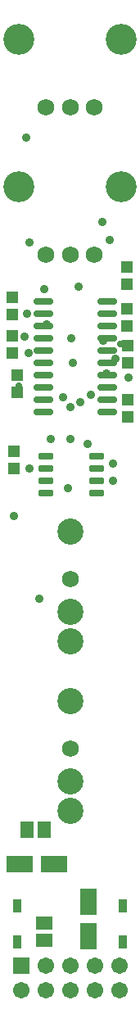
<source format=gts>
G04 Layer_Color=8388736*
%FSLAX25Y25*%
%MOIN*%
G70*
G01*
G75*
%ADD36R,0.05131X0.05131*%
%ADD37O,0.08083X0.02965*%
G04:AMPARAMS|DCode=38|XSize=29.65mil|YSize=57.21mil|CornerRadius=5.95mil|HoleSize=0mil|Usage=FLASHONLY|Rotation=90.000|XOffset=0mil|YOffset=0mil|HoleType=Round|Shape=RoundedRectangle|*
%AMROUNDEDRECTD38*
21,1,0.02965,0.04532,0,0,90.0*
21,1,0.01776,0.05721,0,0,90.0*
1,1,0.01190,0.02266,0.00888*
1,1,0.01190,0.02266,-0.00888*
1,1,0.01190,-0.02266,-0.00888*
1,1,0.01190,-0.02266,0.00888*
%
%ADD38ROUNDEDRECTD38*%
%ADD39R,0.05328X0.06509*%
%ADD40R,0.07099X0.11036*%
%ADD41R,0.06509X0.05328*%
%ADD42R,0.03556X0.05524*%
%ADD43R,0.11036X0.07099*%
%ADD44C,0.12611*%
%ADD45C,0.06800*%
%ADD46C,0.10642*%
%ADD47C,0.06706*%
%ADD48R,0.06706X0.06706*%
%ADD49C,0.02800*%
%ADD50C,0.03556*%
D36*
X50500Y302043D02*
D03*
Y294957D02*
D03*
X50500Y285043D02*
D03*
Y277957D02*
D03*
X4000Y282457D02*
D03*
Y289543D02*
D03*
X51000Y270043D02*
D03*
Y262957D02*
D03*
X4000Y266957D02*
D03*
Y274043D02*
D03*
X6000Y258043D02*
D03*
Y250957D02*
D03*
X51000Y248043D02*
D03*
Y240957D02*
D03*
X4500Y219957D02*
D03*
Y227043D02*
D03*
D37*
X42500Y243000D02*
D03*
Y248000D02*
D03*
Y253000D02*
D03*
Y258000D02*
D03*
Y263000D02*
D03*
Y268000D02*
D03*
Y273000D02*
D03*
Y278000D02*
D03*
Y283000D02*
D03*
Y288000D02*
D03*
X16500Y243000D02*
D03*
Y248000D02*
D03*
Y253000D02*
D03*
Y258000D02*
D03*
Y263000D02*
D03*
Y268000D02*
D03*
Y273000D02*
D03*
Y278000D02*
D03*
Y283000D02*
D03*
Y288000D02*
D03*
D38*
X38335Y210000D02*
D03*
Y215000D02*
D03*
Y220000D02*
D03*
Y225000D02*
D03*
X17665Y210000D02*
D03*
Y215000D02*
D03*
Y220000D02*
D03*
Y225000D02*
D03*
D39*
X9957Y73000D02*
D03*
X17043D02*
D03*
D40*
X35000Y43587D02*
D03*
Y29413D02*
D03*
D41*
X17000Y35043D02*
D03*
Y27957D02*
D03*
D42*
X49000Y27217D02*
D03*
Y41783D02*
D03*
X6000Y41783D02*
D03*
Y27217D02*
D03*
D43*
X6913Y59000D02*
D03*
X21087D02*
D03*
D44*
X48366Y394500D02*
D03*
X6634D02*
D03*
X48366Y334500D02*
D03*
X6634D02*
D03*
D45*
X27500Y366941D02*
D03*
X17658D02*
D03*
X37343D02*
D03*
X27500Y306941D02*
D03*
X17658D02*
D03*
X37343D02*
D03*
X27500Y175000D02*
D03*
Y106000D02*
D03*
D46*
Y194370D02*
D03*
Y161693D02*
D03*
Y149488D02*
D03*
Y125370D02*
D03*
Y92693D02*
D03*
Y80488D02*
D03*
D47*
X47500Y7500D02*
D03*
Y17500D02*
D03*
X37500Y7500D02*
D03*
Y17500D02*
D03*
X27500Y7500D02*
D03*
Y17500D02*
D03*
X17500Y7500D02*
D03*
Y17500D02*
D03*
X7500Y7500D02*
D03*
D48*
Y17500D02*
D03*
D49*
X48000Y270500D02*
D03*
X6500Y253500D02*
D03*
D50*
X27500Y232000D02*
D03*
Y245000D02*
D03*
X10500Y267000D02*
D03*
X9000Y273500D02*
D03*
X28013Y272750D02*
D03*
X41000Y272000D02*
D03*
X42406Y258417D02*
D03*
X46000Y264500D02*
D03*
X31500Y247000D02*
D03*
X36000Y250000D02*
D03*
X28665Y262878D02*
D03*
X18000Y278500D02*
D03*
X51200Y256791D02*
D03*
X31000Y294000D02*
D03*
X9500Y354500D02*
D03*
X11000Y312000D02*
D03*
X10000Y283000D02*
D03*
X17000Y293000D02*
D03*
X43543Y312957D02*
D03*
X40750Y320250D02*
D03*
X19500Y232000D02*
D03*
X24500Y249000D02*
D03*
X26500Y212000D02*
D03*
X34500Y230000D02*
D03*
X45000Y222000D02*
D03*
X11000Y220000D02*
D03*
X45000Y215000D02*
D03*
X4500Y200500D02*
D03*
X15000Y167000D02*
D03*
M02*

</source>
